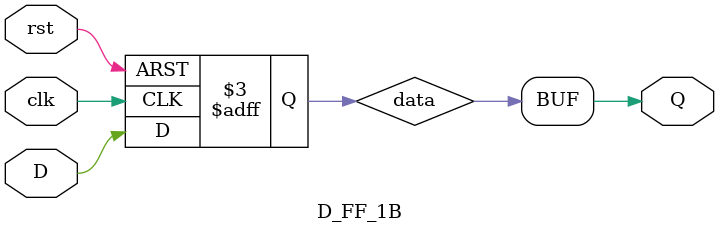
<source format=sv>
module D_FF_1B
(
	input logic clk,
	input logic rst,
	input logic D,
	output logic Q
);
reg data;
always_ff @(posedge clk or negedge rst)
begin 
	if (!rst)
	data<= 1'b0;
	else 
	data<= D;
end 
assign Q = data;
endmodule
</source>
